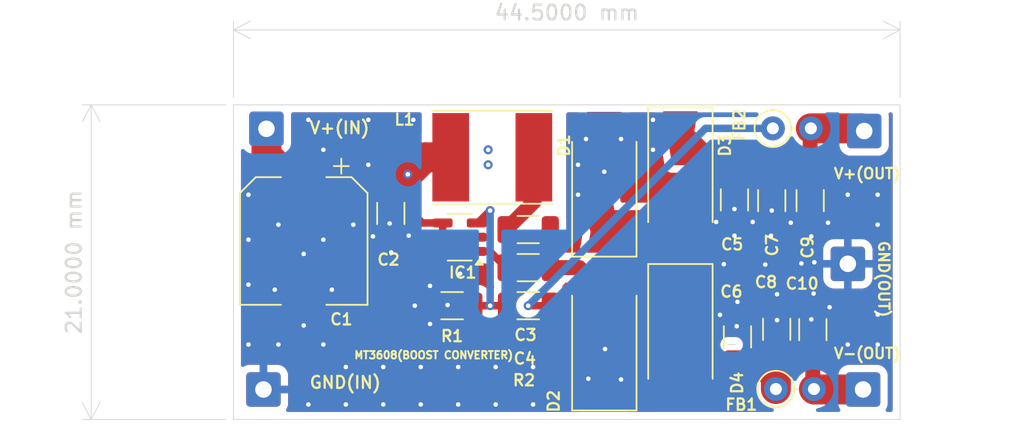
<source format=kicad_pcb>
(kicad_pcb (version 20240108) (generator "pcbnew") (generator_version "8.0")
  (layers (0 "F.Cu" signal) (31 "B.Cu" signal) (34 "B.Paste" user) (35 "F.Paste" user) (36 "B.SilkS" user "B.Silkscreen") (37 "F.SilkS" user "F.Silkscreen") (38 "B.Mask" user) (39 "F.Mask" user) (44 "Edge.Cuts" user))
  (net 0 "")
  (net 1 "GND")
  (net 2 "Net-(D1-K)")
  (net 3 "Net-(D2-A)")
  (net 4 "Net-(D3-K)")
  (net 5 "Net-(D4-A)")
  (net 6 "Net-(J3-Pin_1)")
  (net 7 "Net-(J4-Pin_1)")
  (net 8 "Net-(IC1-EN)")
  (net 9 "Net-(IC1-SW)")
  (net 10 "Net-(IC1-FB)")
  (footprint "Connector_Wire:SolderWire-0.5sqmm_1x01_D0.9mm_OD2.3mm" (layer "F.Cu") (at 192.024 79)
    (property "Reference" "J4" (hide yes))
    (property "Value" "V-(out)")
    (pad "1" thru_hole roundrect (at 0 0) (size 2.3 2.3) (drill 1.1) (layers "*.Cu" "*.Mask") (roundrect_rratio 0.108696) (net 7 "Net-(J4-Pin_1)"))
  )
  (footprint "Capacitor_SMD:C_1206_3216Metric" (layer "F.Cu") (at 169.672 68.326)
    (property "Reference" "C3" (at -0.1778 7.0358 0) (layer "F.SilkS") (effects (font (size 0.75 0.75))))
    (property "Value" "10u")
    (fp_line (start -0.711252 -0.91) (end 0.711252 -0.91) (stroke (width 0.12)) (layer "F.SilkS"))
    (fp_line (start -0.711252 0.91) (end 0.711252 0.91) (stroke (width 0.12)) (layer "F.SilkS"))
    (pad "1" smd roundrect (at -1.475 0) (size 1.15 1.8) (layers "F.Cu" "F.Paste" "F.Mask") (roundrect_rratio 0.217391) (net 9 "Net-(IC1-SW)"))
    (pad "2" smd roundrect (at 1.475 0) (size 1.15 1.8) (layers "F.Cu" "F.Paste" "F.Mask") (roundrect_rratio 0.217391) (net 2 "Net-(D1-K)"))
  )
  (footprint "Inductor_SMD:L_Taiyo-Yuden_NR-60xx_HandSoldering" (layer "F.Cu") (at 167.275 63.5)
    (property "Reference" "L1" (at -5.858 -2.5146 0) (layer "F.SilkS") (effects (font (size 0.75 0.75))))
    (property "Value" "L_Ferrite")
    (fp_line (start -4 -3.1) (end 4 -3.1) (stroke (width 0.12)) (layer "F.SilkS"))
    (fp_line (start -4 3.1) (end 4 3.1) (stroke (width 0.12)) (layer "F.SilkS"))
    (pad "1" smd rect (at -2.775 0) (size 2.45 5.9) (layers "F.Cu" "F.Paste" "F.Mask") (net 8 "Net-(IC1-EN)"))
    (pad "2" smd rect (at 2.775 0) (size 2.45 5.9) (layers "F.Cu" "F.Paste" "F.Mask") (net 9 "Net-(IC1-SW)"))
  )
  (footprint "Package_TO_SOT_SMD:SOT-23-6" (layer "F.Cu") (at 165.1 68.834 180)
    (property "Reference" "IC1" (at -0.2032 -2.3622 0) (layer "F.SilkS") (effects (font (size 0.75 0.75))))
    (property "Value" "MT3608")
    (fp_line (start 0 1.56) (end 0.8 1.56) (stroke (width 0.12)) (layer "F.SilkS"))
    (fp_line (start 0 1.56) (end -0.8 1.56) (stroke (width 0.12)) (layer "F.SilkS"))
    (fp_line (start 0 -1.56) (end 0.8 -1.56) (stroke (width 0.12)) (layer "F.SilkS"))
    (fp_line (start 0 -1.56) (end -0.8 -1.56) (stroke (width 0.12)) (layer "F.SilkS"))
    (fp_poly (pts (xy -1.3 -1.51) (xy -1.54 -1.84) (xy -1.06 -1.84) (xy -1.3 -1.51)) (stroke (width 0.12)) (fill solid) (layer "F.SilkS"))
    (pad "1" smd roundrect (at -1.1375 -0.95 180) (size 1.325 0.6) (layers "F.Cu" "F.Paste" "F.Mask") (net 9 "Net-(IC1-SW)"))
    (pad "2" smd roundrect (at -1.1375 0 180) (size 1.325 0.6) (layers "F.Cu" "F.Paste" "F.Mask") (net 1 "GND"))
    (pad "3" smd roundrect (at -1.1375 0.95 180) (size 1.325 0.6) (layers "F.Cu" "F.Paste" "F.Mask") (net 10 "Net-(IC1-FB)"))
    (pad "4" smd roundrect (at 1.1375 0.95 180) (size 1.325 0.6) (layers "F.Cu" "F.Paste" "F.Mask") (net 8 "Net-(IC1-EN)"))
    (pad "5" smd roundrect (at 1.1375 0 180) (size 1.325 0.6) (layers "F.Cu" "F.Paste" "F.Mask") (net 8 "Net-(IC1-EN)"))
    (pad "6" smd roundrect (at 1.1375 -0.95 180) (size 1.325 0.6) (layers "F.Cu" "F.Paste" "F.Mask"))
  )
  (footprint "Inductor_THT:L_Axial_L5.3mm_D2.2mm_P2.54mm_Vertical_Vishay_IM-1" (layer "F.Cu") (at 186.205 78.9686)
    (property "Reference" "FB1" (at -2.309 1.0414 0) (layer "F.SilkS") (effects (font (size 0.75 0.75))))
    (property "Value" "FB")
    (fp_line (start 1.22 0) (end 1.44 0) (stroke (width 0.12)) (layer "F.SilkS"))
    (fp_circle (center 0 0) (end 1.22 0) (stroke (width 0.12)) (fill none) (layer "F.SilkS"))
    (pad "1" thru_hole circle (at 0 0) (size 1.6 1.6) (drill 0.8) (layers "*.Cu" "*.Mask") (net 5 "Net-(D4-A)"))
    (pad "2" thru_hole oval (at 2.54 0) (size 1.6 1.6) (drill 0.8) (layers "*.Cu" "*.Mask") (net 7 "Net-(J4-Pin_1)"))
  )
  (footprint "Connector_Wire:SolderWire-0.5sqmm_1x01_D0.9mm_OD2.3mm" (layer "F.Cu") (at 191.008 70.612)
    (property "Reference" "J5" (hide yes))
    (property "Value" "GND(out)")
    (pad "1" thru_hole roundrect (at 0 0) (size 2.3 2.3) (drill 1.1) (layers "*.Cu" "*.Mask") (roundrect_rratio 0.108696) (net 1 "GND"))
  )
  (footprint "Connector_Wire:SolderWire-0.5sqmm_1x01_D0.9mm_OD2.3mm" (layer "F.Cu") (at 192.1002 61.7474)
    (property "Reference" "J3" (hide yes))
    (property "Value" "V+(out)")
    (pad "1" thru_hole roundrect (at 0 0) (size 2.3 2.3) (drill 1.1) (layers "*.Cu" "*.Mask") (roundrect_rratio 0.108696) (net 6 "Net-(J3-Pin_1)"))
  )
  (footprint "Capacitor_SMD:C_1206_3216Metric" (layer "F.Cu") (at 188.4934 66.3956 -90)
    (property "Reference" "C9" (at 3.1242 0.1778 90) (layer "F.SilkS") (effects (font (size 0.75 0.75))))
    (property "Value" "10u")
    (fp_line (start -0.711252 0.91) (end 0.711252 0.91) (stroke (width 0.12)) (layer "F.SilkS"))
    (fp_line (start -0.711252 -0.91) (end 0.711252 -0.91) (stroke (width 0.12)) (layer "F.SilkS"))
    (pad "1" smd roundrect (at -1.475 0 270) (size 1.15 1.8) (layers "F.Cu" "F.Paste" "F.Mask") (roundrect_rratio 0.217391) (net 6 "Net-(J3-Pin_1)"))
    (pad "2" smd roundrect (at 1.475 0 270) (size 1.15 1.8) (layers "F.Cu" "F.Paste" "F.Mask") (roundrect_rratio 0.217391) (net 1 "GND"))
  )
  (footprint "Resistor_SMD:R_1206_3216Metric" (layer "F.Cu") (at 164.592 73.406)
    (property "Reference" "R1" (at 0 2.032 0) (layer "F.SilkS") (effects (font (size 0.75 0.75))))
    (property "Value" "R")
    (fp_line (start -0.727064 -0.91) (end 0.727064 -0.91) (stroke (width 0.12)) (layer "F.SilkS"))
    (fp_line (start -0.727064 0.91) (end 0.727064 0.91) (stroke (width 0.12)) (layer "F.SilkS"))
    (pad "1" smd roundrect (at -1.4625 0) (size 1.125 1.75) (layers "F.Cu" "F.Paste" "F.Mask") (roundrect_rratio 0.222222) (net 1 "GND"))
    (pad "2" smd roundrect (at 1.4625 0) (size 1.125 1.75) (layers "F.Cu" "F.Paste" "F.Mask") (roundrect_rratio 0.222222) (net 10 "Net-(IC1-FB)"))
  )
  (footprint "Capacitor_SMD:CP_Elec_8x10" (layer "F.Cu") (at 154.686 69.088 -90)
    (property "Reference" "C1" (at 5.2324 -2.5146 180) (layer "F.SilkS") (effects (font (size 0.75 0.75))))
    (property "Value" "220uF/16V")
    (fp_line (start -3.195563 4.26) (end 4.26 4.26) (stroke (width 0.12)) (layer "F.SilkS"))
    (fp_line (start 4.26 4.26) (end 4.26 1.51) (stroke (width 0.12)) (layer "F.SilkS"))
    (fp_line (start -4.26 3.195563) (end -3.195563 4.26) (stroke (width 0.12)) (layer "F.SilkS"))
    (fp_line (start -4.26 3.195563) (end -4.26 1.51) (stroke (width 0.12)) (layer "F.SilkS"))
    (fp_line (start -5.5 -2.51) (end -4.5 -2.51) (stroke (width 0.12)) (layer "F.SilkS"))
    (fp_line (start -5 -3.01) (end -5 -2.01) (stroke (width 0.12)) (layer "F.SilkS"))
    (fp_line (start -4.26 -3.195563) (end -4.26 -1.51) (stroke (width 0.12)) (layer "F.SilkS"))
    (fp_line (start -4.26 -3.195563) (end -3.195563 -4.26) (stroke (width 0.12)) (layer "F.SilkS"))
    (fp_line (start -3.195563 -4.26) (end 4.26 -4.26) (stroke (width 0.12)) (layer "F.SilkS"))
    (fp_line (start 4.26 -4.26) (end 4.26 -1.51) (stroke (width 0.12)) (layer "F.SilkS"))
    (pad "1" smd roundrect (at -3.25 0 270) (size 3.5 2.5) (layers "F.Cu" "F.Paste" "F.Mask") (roundrect_rratio 0.1) (net 8 "Net-(IC1-EN)"))
    (pad "2" smd roundrect (at 3.25 0 270) (size 3.5 2.5) (layers "F.Cu" "F.Paste" "F.Mask") (roundrect_rratio 0.1) (net 1 "GND"))
  )
  (footprint "Inductor_THT:L_Axial_L5.3mm_D2.2mm_P2.54mm_Vertical_Vishay_IM-1" (layer "F.Cu") (at 186.0018 61.5696)
    (property "Reference" "FB2" (at -2.2328 -0.2286 90) (layer "F.SilkS") (effects (font (size 0.75 0.75))))
    (property "Value" "FB")
    (fp_line (start 1.22 0) (end 1.44 0) (stroke (width 0.12)) (layer "F.SilkS"))
    (fp_circle (center 0 0) (end 1.22 0) (stroke (width 0.12)) (fill none) (layer "F.SilkS"))
    (pad "1" thru_hole circle (at 0 0) (size 1.6 1.6) (drill 0.8) (layers "*.Cu" "*.Mask") (net 4 "Net-(D3-K)"))
    (pad "2" thru_hole oval (at 2.54 0) (size 1.6 1.6) (drill 0.8) (layers "*.Cu" "*.Mask") (net 6 "Net-(J3-Pin_1)"))
  )
  (footprint "Connector_Wire:SolderWire-0.5sqmm_1x01_D0.9mm_OD2.3mm" (layer "F.Cu") (at 152.2 61.6)
    (property "Reference" "J1" (hide yes))
    (property "Value" "V+(IN)")
    (pad "1" thru_hole roundrect (at 0 0) (size 2.3 2.3) (drill 1.1) (layers "*.Cu" "*.Mask") (roundrect_rratio 0.108696) (net 8 "Net-(IC1-EN)"))
  )
  (footprint "Diode_SMD:D_SMA-SMB_Universal_Handsoldering" (layer "F.Cu") (at 179.832 75.586 -90)
    (property "Reference" "D4" (at 2.9762 -3.7846 90) (layer "F.SilkS") (effects (font (size 0.75 0.75))))
    (property "Value" "ss34")
    (fp_line (start -4.96 2.15) (end 2.7 2.15) (stroke (width 0.12)) (layer "F.SilkS"))
    (fp_line (start -4.96 -2.15) (end -4.96 2.15) (stroke (width 0.12)) (layer "F.SilkS"))
    (fp_line (start -4.96 -2.15) (end 2.7 -2.15) (stroke (width 0.12)) (layer "F.SilkS"))
    (pad "1" smd trapezoid (at -2.9 0 270) (size 3.6 1.7) (rect_delta 0.6 0) (layers "F.Cu" "F.Paste" "F.Mask") (net 3 "Net-(D2-A)"))
    (pad "2" smd trapezoid (at 2.9 0 90) (size 3.6 1.7) (rect_delta 0.6 0) (layers "F.Cu" "F.Paste" "F.Mask") (net 5 "Net-(D4-A)"))
  )
  (footprint "Diode_SMD:D_SMA-SMB_Universal_Handsoldering" (layer "F.Cu") (at 174.752 65.172 90)
    (property "Reference" "D1" (at 2.4594 -2.6924 90) (layer "F.SilkS") (effects (font (size 0.75 0.75))))
    (property "Value" "ss34")
    (fp_line (start -4.96 -2.15) (end 2.7 -2.15) (stroke (width 0.12)) (layer "F.SilkS"))
    (fp_line (start -4.96 -2.15) (end -4.96 2.15) (stroke (width 0.12)) (layer "F.SilkS"))
    (fp_line (start -4.96 2.15) (end 2.7 2.15) (stroke (width 0.12)) (layer "F.SilkS"))
    (pad "1" smd trapezoid (at -2.9 0 90) (size 3.6 1.7) (rect_delta 0.6 0) (layers "F.Cu" "F.Paste" "F.Mask") (net 2 "Net-(D1-K)"))
    (pad "2" smd trapezoid (at 2.9 0 270) (size 3.6 1.7) (rect_delta 0.6 0) (layers "F.Cu" "F.Paste" "F.Mask") (net 1 "GND"))
  )
  (footprint "Capacitor_SMD:C_1206_3216Metric" (layer "F.Cu") (at 160.5 67.25 -90)
    (property "Reference" "C2" (at 3.0826 0.1498 180) (layer "F.SilkS") (effects (font (size 0.75 0.75))))
    (property "Value" "100n")
    (fp_line (start -0.711252 0.91) (end 0.711252 0.91) (stroke (width 0.12)) (layer "F.SilkS"))
    (fp_line (start -0.711252 -0.91) (end 0.711252 -0.91) (stroke (width 0.12)) (layer "F.SilkS"))
    (pad "1" smd roundrect (at -1.475 0 270) (size 1.15 1.8) (layers "F.Cu" "F.Paste" "F.Mask") (roundrect_rratio 0.217391) (net 8 "Net-(IC1-EN)"))
    (pad "2" smd roundrect (at 1.475 0 270) (size 1.15 1.8) (layers "F.Cu" "F.Paste" "F.Mask") (roundrect_rratio 0.217391) (net 1 "GND"))
  )
  (footprint "Capacitor_SMD:C_1206_3216Metric" (layer "F.Cu") (at 183.642 75.487 -90)
    (property "Reference" "C6" (at -3.0208 0.4064 180) (layer "F.SilkS") (effects (font (size 0.75 0.75))))
    (property "Value" "10u")
    (fp_line (start -0.711252 0.91) (end 0.711252 0.91) (stroke (width 0.12)) (layer "F.SilkS"))
    (fp_line (start -0.711252 -0.91) (end 0.711252 -0.91) (stroke (width 0.12)) (layer "F.SilkS"))
    (pad "1" smd roundrect (at -1.475 0 270) (size 1.15 1.8) (layers "F.Cu" "F.Paste" "F.Mask") (roundrect_rratio 0.217391) (net 1 "GND"))
    (pad "2" smd roundrect (at 1.475 0 270) (size 1.15 1.8) (layers "F.Cu" "F.Paste" "F.Mask") (roundrect_rratio 0.217391) (net 5 "Net-(D4-A)"))
  )
  (footprint "Capacitor_SMD:C_1206_3216Metric" (layer "F.Cu") (at 169.672 70.866)
    (property "Reference" "C4" (at -0.2286 6.0706 0) (layer "F.SilkS") (effects (font (size 0.75 0.75))))
    (property "Value" "10u")
    (fp_line (start -0.711252 -0.91) (end 0.711252 -0.91) (stroke (width 0.12)) (layer "F.SilkS"))
    (fp_line (start -0.711252 0.91) (end 0.711252 0.91) (stroke (width 0.12)) (layer "F.SilkS"))
    (pad "1" smd roundrect (at -1.475 0) (size 1.15 1.8) (layers "F.Cu" "F.Paste" "F.Mask") (roundrect_rratio 0.217391) (net 9 "Net-(IC1-SW)"))
    (pad "2" smd roundrect (at 1.475 0) (size 1.15 1.8) (layers "F.Cu" "F.Paste" "F.Mask") (roundrect_rratio 0.217391) (net 3 "Net-(D2-A)"))
  )
  (footprint "Capacitor_SMD:C_1206_3216Metric" (layer "F.Cu") (at 188.6712 75.0062 -90)
    (property "Reference" "C10" (at -3.0734 0.7112 180) (layer "F.SilkS") (effects (font (size 0.75 0.75))))
    (property "Value" "10u")
    (fp_line (start -0.711252 0.91) (end 0.711252 0.91) (stroke (width 0.12)) (layer "F.SilkS"))
    (fp_line (start -0.711252 -0.91) (end 0.711252 -0.91) (stroke (width 0.12)) (layer "F.SilkS"))
    (pad "1" smd roundrect (at -1.475 0 270) (size 1.15 1.8) (layers "F.Cu" "F.Paste" "F.Mask") (roundrect_rratio 0.217391) (net 1 "GND"))
    (pad "2" smd roundrect (at 1.475 0 270) (size 1.15 1.8) (layers "F.Cu" "F.Paste" "F.Mask") (roundrect_rratio 0.217391) (net 7 "Net-(J4-Pin_1)"))
  )
  (footprint "Capacitor_SMD:C_1206_3216Metric" (layer "F.Cu") (at 186.2582 74.9808 -90)
    (property "Reference" "C8" (at -3.1496 0.7112 180) (layer "F.SilkS") (effects (font (size 0.75 0.75))))
    (property "Value" "10u")
    (fp_line (start -0.711252 0.91) (end 0.711252 0.91) (stroke (width 0.12)) (layer "F.SilkS"))
    (fp_line (start -0.711252 -0.91) (end 0.711252 -0.91) (stroke (width 0.12)) (layer "F.SilkS"))
    (pad "1" smd roundrect (at -1.475 0 270) (size 1.15 1.8) (layers "F.Cu" "F.Paste" "F.Mask") (roundrect_rratio 0.217391) (net 1 "GND"))
    (pad "2" smd roundrect (at 1.475 0 270) (size 1.15 1.8) (layers "F.Cu" "F.Paste" "F.Mask") (roundrect_rratio 0.217391) (net 5 "Net-(D4-A)"))
  )
  (footprint "Resistor_SMD:R_1206_3216Metric" (layer "F.Cu") (at 169.672 73.406)
    (property "Reference" "R2" (at -0.2794 4.9784 0) (layer "F.SilkS") (effects (font (size 0.75 0.75))))
    (property "Value" "R")
    (fp_line (start -0.727064 -0.91) (end 0.727064 -0.91) (stroke (width 0.12)) (layer "F.SilkS"))
    (fp_line (start -0.727064 0.91) (end 0.727064 0.91) (stroke (width 0.12)) (layer "F.SilkS"))
    (pad "1" smd roundrect (at -1.4625 0) (size 1.125 1.75) (layers "F.Cu" "F.Paste" "F.Mask") (roundrect_rratio 0.222222) (net 10 "Net-(IC1-FB)"))
    (pad "2" smd roundrect (at 1.4625 0) (size 1.125 1.75) (layers "F.Cu" "F.Paste" "F.Mask") (roundrect_rratio 0.222222) (net 4 "Net-(D3-K)"))
  )
  (footprint "Capacitor_SMD:C_1206_3216Metric" (layer "F.Cu") (at 183.4388 66.3448 -90)
    (property "Reference" "C5" (at 2.9718 0.1524 180) (layer "F.SilkS") (effects (font (size 0.75 0.75))))
    (property "Value" "10u")
    (fp_line (start -0.711252 0.91) (end 0.711252 0.91) (stroke (width 0.12)) (layer "F.SilkS"))
    (fp_line (start -0.711252 -0.91) (end 0.711252 -0.91) (stroke (width 0.12)) (layer "F.SilkS"))
    (pad "1" smd roundrect (at -1.475 0 270) (size 1.15 1.8) (layers "F.Cu" "F.Paste" "F.Mask") (roundrect_rratio 0.217391) (net 4 "Net-(D3-K)"))
    (pad "2" smd roundrect (at 1.475 0 270) (size 1.15 1.8) (layers "F.Cu" "F.Paste" "F.Mask") (roundrect_rratio 0.217391) (net 1 "GND"))
  )
  (footprint "Capacitor_SMD:C_1206_3216Metric" (layer "F.Cu") (at 185.928 66.3956 -90)
    (property "Reference" "C7" (at 2.9718 -0.0254 90) (layer "F.SilkS") (effects (font (size 0.75 0.75))))
    (property "Value" "10u")
    (fp_line (start -0.711252 0.91) (end 0.711252 0.91) (stroke (width 0.12)) (layer "F.SilkS"))
    (fp_line (start -0.711252 -0.91) (end 0.711252 -0.91) (stroke (width 0.12)) (layer "F.SilkS"))
    (pad "1" smd roundrect (at -1.475 0 270) (size 1.15 1.8) (layers "F.Cu" "F.Paste" "F.Mask") (roundrect_rratio 0.217391) (net 4 "Net-(D3-K)"))
    (pad "2" smd roundrect (at 1.475 0 270) (size 1.15 1.8) (layers "F.Cu" "F.Paste" "F.Mask") (roundrect_rratio 0.217391) (net 1 "GND"))
  )
  (footprint "Connector_Wire:SolderWire-0.5sqmm_1x01_D0.9mm_OD2.3mm" (layer "F.Cu") (at 152 79)
    (property "Reference" "J2" (hide yes))
    (property "Value" "GND(IN)")
    (pad "1" thru_hole roundrect (at 0 0) (size 2.3 2.3) (drill 1.1) (layers "*.Cu" "*.Mask") (roundrect_rratio 0.108696) (net 1 "GND"))
  )
  (footprint "Diode_SMD:D_SMA-SMB_Universal_Handsoldering" (layer "F.Cu") (at 174.752 75.438 90)
    (property "Reference" "D2" (at -4.3434 -3.3782 -90) (layer "F.SilkS") (effects (font (size 0.75 0.75))))
    (property "Value" "ss34")
    (fp_line (start -4.96 -2.15) (end 2.7 -2.15) (stroke (width 0.12)) (layer "F.SilkS"))
    (fp_line (start -4.96 -2.15) (end -4.96 2.15) (stroke (width 0.12)) (layer "F.SilkS"))
    (fp_line (start -4.96 2.15) (end 2.7 2.15) (stroke (width 0.12)) (layer "F.SilkS"))
    (pad "1" smd trapezoid (at -2.9 0 90) (size 3.6 1.7) (rect_delta 0.6 0) (layers "F.Cu" "F.Paste" "F.Mask") (net 1 "GND"))
    (pad "2" smd trapezoid (at 2.9 0 270) (size 3.6 1.7) (rect_delta 0.6 0) (layers "F.Cu" "F.Paste" "F.Mask") (net 3 "Net-(D2-A)"))
  )
  (footprint "Diode_SMD:D_SMA-SMB_Universal_Handsoldering" (layer "F.Cu") (at 179.832 65.13 -90)
    (property "Reference" "D3" (at -2.4174 -2.9718 -90) (layer "F.SilkS") (effects (font (size 0.75 0.75))))
    (property "Value" "ss34")
    (fp_line (start -4.96 2.15) (end 2.7 2.15) (stroke (width 0.12)) (layer "F.SilkS"))
    (fp_line (start -4.96 -2.15) (end -4.96 2.15) (stroke (width 0.12)) (layer "F.SilkS"))
    (fp_line (start -4.96 -2.15) (end 2.7 -2.15) (stroke (width 0.12)) (layer "F.SilkS"))
    (pad "1" smd trapezoid (at -2.9 0 270) (size 3.6 1.7) (rect_delta 0.6 0) (layers "F.Cu" "F.Paste" "F.Mask") (net 4 "Net-(D3-K)"))
    (pad "2" smd trapezoid (at 2.9 0 90) (size 3.6 1.7) (rect_delta 0.6 0) (layers "F.Cu" "F.Paste" "F.Mask") (net 2 "Net-(D1-K)"))
  )
  (gr_line (start 194.5 60) (end 194.5 81) (stroke (width 0.05)) (layer "Edge.Cuts"))
  (gr_line (start 150 60) (end 194.5 60) (stroke (width 0.05)) (layer "Edge.Cuts"))
  (gr_line (start 183 76) (end 183.5 76) (stroke (width 0.05)) (layer "Edge.Cuts"))
  (gr_line (start 194.5 81) (end 150 81) (stroke (width 0.05)) (layer "Edge.Cuts"))
  (gr_line (start 150 60) (end 150 81) (stroke (width 0.05)) (layer "Edge.Cuts"))
  (gr_text "GND(OUT)" (at 193 69 270) (layer "F.SilkS") (effects (font (size 0.7 0.7) (thickness 0.15) (bold yes)) (justify left bottom)))
  (gr_text "MT3608(BOOST CONVERTER)" (at 158 77 0) (layer "F.SilkS") (effects (font (size 0.5 0.5) (thickness 0.125) (bold yes)) (justify left bottom)))
  (gr_text "GND(IN)" (at 155 79 0) (layer "F.SilkS") (effects (font (size 0.8 0.8) (thickness 0.15) (bold yes)) (justify left bottom)))
  (gr_text "V-(OUT)" (at 190 77 0) (layer "F.SilkS") (effects (font (size 0.7 0.7) (thickness 0.15) (bold yes)) (justify left bottom)))
  (gr_text "V+(OUT)" (at 190 65 0) (layer "F.SilkS") (effects (font (size 0.7 0.7) (thickness 0.15) (bold yes)) (justify left bottom)))
  (gr_text "V+(IN)" (at 155 62 0) (layer "F.SilkS") (effects (font (size 0.8 0.8) (thickness 0.15) (bold yes)) (justify left bottom)))
  (dimension (type aligned) (layer "Edge.Cuts") (pts (xy 150 81) (xy 150 60)) (height -9.5) (gr_text "21.0000 mm" (at 139.35 70.5 90) (layer "Edge.Cuts") (effects (font (size 1 1) (thickness 0.15)))) (format (prefix "") (suffix "") (units 3) (units_format 1) (precision 4)) (style (thickness 0.05) (arrow_length 1.27) (text_position_mode 0) (extension_height 0.58642) (extension_offset 0.5) keep_text_aligned))
  (dimension (type aligned) (layer "Edge.Cuts") (pts (xy 150 60) (xy 194.5 60)) (height -5) (gr_text "44.5000 mm" (at 172.25 53.85 0) (layer "Edge.Cuts") (effects (font (size 1 1) (thickness 0.15)))) (format (prefix "") (suffix "") (units 3) (units_format 1) (precision 4)) (style (thickness 0.05) (arrow_length 1.27) (text_position_mode 0) (extension_height 0.58642) (extension_offset 0.5) keep_text_aligned))
  (via (at 167 64) (size 0.6) (drill 0.3) (layers "F.Cu" "B.Cu") (net 0))
  (via (at 167 63) (size 0.6) (drill 0.3) (layers "F.Cu" "B.Cu") (net 0))
  (segment (start 164.5 72.5) (end 164.5 73.152) (width 0.5) (layer "F.Cu") (net 1))
  (segment (start 164.5 72.5) (end 165.125 71.875) (width 0.5) (layer "F.Cu") (net 1))
  (segment (start 165.125 71.875) (end 165.125 71.2724) (width 0.5) (layer "F.Cu") (net 1))
  (segment (start 165.575001 68.834) (end 166.2375 68.834) (width 0.5) (layer "F.Cu") (net 1))
  (segment (start 164.246 73.406) (end 164.292 73.36) (width 0.5) (layer "F.Cu") (net 1))
  (segment (start 164.292 73.36) (end 164.5 73.152) (width 0.5) (layer "F.Cu") (net 1))
  (segment (start 165.125 71.2724) (end 165.125 69.284001) (width 0.5) (layer "F.Cu") (net 1))
  (segment (start 165.125 69.284001) (end 165.575001 68.834) (width 0.5) (layer "F.Cu") (net 1))
  (segment (start 163.1295 73.406) (end 164.246 73.406) (width 0.5) (layer "F.Cu") (net 1))
  (via (at 191 66) (size 0.6) (drill 0.3) (layers "F.Cu" "B.Cu") (net 1))
  (via (at 182.4736 74.0156) (size 0.6) (drill 0.3) (layers "F.Cu" "B.Cu") (net 1))
  (via (at 152.7556 72.3392) (size 0.6) (drill 0.3) (layers "F.Cu" "B.Cu") (net 1))
  (via (at 173 64) (size 0.6) (drill 0.3) (layers "F.Cu" "B.Cu") (net 1))
  (via (at 165 80) (size 0.6) (drill 0.3) (layers "F.Cu" "B.Cu") (net 1))
  (via (at 151 66) (size 0.6) (drill 0.3) (layers "F.Cu" "B.Cu") (net 1))
  (via (at 182.7276 70.6374) (size 0.6) (drill 0.3) (layers "F.Cu" "B.Cu") (net 1))
  (via (at 170 77.5) (size 0.6) (drill 0.3) (layers "F.Cu" "B.Cu") (net 1))
  (via (at 188.7728 70.5104) (size 0.6) (drill 0.3) (layers "F.Cu" "B.Cu") (net 1))
  (via (at 173.6852 78.2828) (size 0.6) (drill 0.3) (layers "F.Cu" "B.Cu") (net 1))
  (via (at 157.5 80) (size 0.6) (drill 0.3) (layers "F.Cu" "B.Cu") (net 1))
  (via (at 160 77.5) (size 0.6) (drill 0.3) (layers "F.Cu" "B.Cu") (net 1))
  (via (at 155 61) (size 0.6) (drill 0.3) (layers "F.Cu" "B.Cu") (net 1))
  (via (at 188.722 72.5932) (size 0.6) (drill 0.3) (layers "F.Cu" "B.Cu") (net 1))
  (via (at 163.1188 72.0852) (size 0.6) (drill 0.3) (layers "F.Cu" "B.Cu") (net 1))
  (via (at 151 69) (size 0.6) (drill 0.3) (layers "F.Cu" "B.Cu") (net 1))
  (via (at 156 69) (size 0.6) (drill 0.3) (layers "F.Cu" "B.Cu") (net 1))
  (via (at 189.6872 67.8688) (size 0.6) (drill 0.3) (layers "F.Cu" "B.Cu") (net 1))
  (via (at 154.686 69.9516) (size 0.6) (drill 0.3) (layers "F.Cu" "B.Cu") (net 1))
  (via (at 193 66) (size 0.6) (drill 0.3) (layers "F.Cu" "B.Cu") (net 1))
  (via (at 160.528 69.85) (size 0.6) (drill 0.3) (layers "F.Cu" "B.Cu") (net 1))
  (via (at 193 68) (size 0.6) (drill 0.3) (layers "F.Cu" "B.Cu") (net 1))
  (via (at 175.8696 62.2808) (size 0.6) (drill 0.3) (layers "F.Cu" "B.Cu") (net 1))
  (via (at 156 76) (size 0.6) (drill 0.3) (layers "F.Cu" "B.Cu") (net 1))
  (via (at 175.8696 78.3336) (size 0.6) (drill 0.3) (layers "F.Cu" "B.Cu") (net 1))
  (via (at 159 61) (size 0.6) (drill 0.3) (layers "F.Cu" "B.Cu") (net 1))
  (via (at 178 63) (size 0.6) (drill 0.3) (layers "F.Cu" "B.Cu") (net 1))
  (via (at 167.5 77.5) (size 0.6) (drill 0.3) (layers "F.Cu" "B.Cu") (net 1))
  (via (at 157.5 77.5) (size 0.6) (drill 0.3) (layers "F.Cu" "B.Cu") (net 1))
  (via (at 188.5696 74.3204) (size 0.6) (drill 0.3) (layers "F.Cu" "B.Cu") (net 1))
  (via (at 185.8772 68.7324) (size 0.6) (drill 0.3) (layers "F.Cu" "B.Cu") (net 1))
  (via (at 178 61) (size 0.6) (drill 0.3) (layers "F.Cu" "B.Cu") (net 1))
  (via (at 183.4388 68.7324) (size 0.6) (drill 0.3) (layers "F.Cu" "B.Cu") (net 1))
  (via (at 165 77.5) (size 0.6) (drill 0.3) (layers "F.Cu" "B.Cu") (net 1))
  (via (at 160 80) (size 0.6) (drill 0.3) (layers "F.Cu" "B.Cu") (net 1))
  (via (at 162.5 80) (size 0.6) (drill 0.3) (layers "F.Cu" "B.Cu") (net 1))
  (via (at 162.1028 73.406) (size 0.6) (drill 0.3) (layers "F.Cu" "B.Cu") (net 1))
  (via (at 153 76) (size 0.6) (drill 0.3) (layers "F.Cu" "B.Cu") (net 1))
  (via (at 182.2196 67.818) (size 0.6) (drill 0.3) (layers "F.Cu" "B.Cu") (net 1))
  (via (at 161.6964 68.7324) (size 0.6) (drill 0.3) (layers "F.Cu" "B.Cu") (net 1))
  (via (at 170 80) (size 0.6) (drill 0.3) (layers "F.Cu" "B.Cu") (net 1))
  (via (at 186.2836 72.644) (size 0.6) (drill 0.3) (layers "F.Cu" "B.Cu") (net 1))
  (via (at 174.752 64.4652) (size 0.6) (drill 0.3) (layers "F.Cu" "B.Cu") (net 1))
  (via (at 189.7888 73.5076) (size 0.6) (drill 0.3) (layers "F.Cu" "B.Cu") (net 1))
  (via (at 174.8028 76.3016) (size 0.6) (drill 0.3) (layers "F.Cu" "B.Cu") (net 1))
  (via (at 158 68) (size 0.6) (drill 0.3) (layers "F.Cu" "B.Cu") (net 1))
  (via (at 167.5 80) (size 0.6) (drill 0.3) (layers "F.Cu" "B.Cu") (net 1))
  (via (at 164.292 73.36) (size 0.6) (drill 0.3) (layers "F.Cu" "B.Cu") (net 1))
  (via (at 193 76) (size 0.6) (drill 0.3) (layers "F.Cu" "B.Cu") (net 1))
  (via (at 193 74) (size 0.6) (drill 0.3) (layers "F.Cu" "B.Cu") (net 1))
  (via (at 165.125 71.2724) (size 0.6) (drill 0.3) (layers "F.Cu" "B.Cu") (net 1))
  (via (at 156.5656 72.3392) (size 0.6) (drill 0.3) (layers "F.Cu" "B.Cu") (net 1))
  (via (at 153 68) (size 0.6) (drill 0.3) (layers "F.Cu" "B.Cu") (net 1))
  (via (at 159 64) (size 0.6) (drill 0.3) (layers "F.Cu" "B.Cu") (net 1))
  (via (at 163.1188 74.6252) (size 0.6) (drill 0.3) (layers "F.Cu" "B.Cu") (net 1))
  (via (at 156 63) (size 0.6) (drill 0.3) (layers "F.Cu" "B.Cu") (net 1))
  (via (at 155 80) (size 0.6) (drill 0.3) (layers "F.Cu" "B.Cu") (net 1))
  (via (at 183.4388 66.9544) (size 0.6) (drill 0.3) (layers "F.Cu" "B.Cu") (net 1))
  (via (at 188.5696 68.7832) (size 0.6) (drill 0.3) (layers "F.Cu" "B.Cu") (net 1))
  (via (at 186.2836 74.3712) (size 0.6) (drill 0.3) (layers "F.Cu" "B.Cu") (net 1))
  (via (at 173.5328 62.2808) (size 0.6) (drill 0.3) (layers "F.Cu" "B.Cu") (net 1))
  (via (at 160.4264 67.9196) (size 0.6) (drill 0.3) (layers "F.Cu" "B.Cu") (net 1))
  (via (at 187.9092 70.5866) (size 0.6) (drill 0.3) (layers "F.Cu" "B.Cu") (net 1))
  (via (at 151 76) (size 0.6) (drill 0.3) (layers "F.Cu" "B.Cu") (net 1))
  (via (at 159.3088 68.7832) (size 0.6) (drill 0.3) (layers "F.Cu" "B.Cu") (net 1))
  (via (at 154.686 74.7268) (size 0.6) (drill 0.3) (layers "F.Cu" "B.Cu") (net 1))
  (via (at 151 72) (size 0.6) (drill 0.3) (layers "F.Cu" "B.Cu") (net 1))
  (via (at 173 66) (size 0.6) (drill 0.3) (layers "F.Cu" "B.Cu") (net 1))
  (via (at 162 61) (size 0.6) (drill 0.3) (layers "F.Cu" "B.Cu") (net 1))
  (via (at 187.198 67.8688) (size 0.6) (drill 0.3) (layers "F.Cu" "B.Cu") (net 1))
  (via (at 184.658 67.818) (size 0.6) (drill 0.3) (layers "F.Cu" "B.Cu") (net 1))
  (via (at 183.5912 74.7776) (size 0.6) (drill 0.3) (layers "F.Cu" "B.Cu") (net 1))
  (via (at 183.642 73.152) (size 0.6) (drill 0.3) (layers "F.Cu" "B.Cu") (net 1))
  (via (at 185.4962 70.6628) (size 0.6) (drill 0.3) (layers "F.Cu" "B.Cu") (net 1))
  (via (at 185.928 67.056) (size 0.6) (drill 0.3) (layers "F.Cu" "B.Cu") (net 1))
  (via (at 162.5 77.5) (size 0.6) (drill 0.3) (layers "F.Cu" "B.Cu") (net 1))
  (via (at 191 76) (size 0.6) (drill 0.3) (layers "F.Cu" "B.Cu") (net 1))
  (segment (start 179.832 68.03) (end 174.794 68.03) (width 2) (layer "F.Cu") (net 2))
  (segment (start 174.794 68.03) (end 174.752 68.072) (width 2) (layer "F.Cu") (net 2))
  (segment (start 179.832 72.686) (end 174.9 72.686) (width 2) (layer "F.Cu") (net 3))
  (segment (start 173.08 70.866) (end 174.752 72.538) (width 1) (layer "F.Cu") (net 3))
  (segment (start 174.9 72.686) (end 174.752 72.538) (width 2) (layer "F.Cu") (net 3))
  (segment (start 171.147 70.866) (end 173.08 70.866) (width 1) (layer "F.Cu") (net 3))
  (segment (start 183.4388 64.8698) (end 185.8772 64.8698) (width 2) (layer "F.Cu") (net 4))
  (segment (start 183.4388 64.8698) (end 182.4718 64.8698) (width 2) (layer "F.Cu") (net 4))
  (segment (start 171.1345 73.406) (end 169.672 73.406) (width 0.5) (layer "F.Cu") (net 4))
  (segment (start 182.4718 64.8698) (end 179.832 62.23) (width 2) (layer "F.Cu") (net 4))
  (segment (start 185.8772 64.8698) (end 185.928 64.9206) (width 2) (layer "F.Cu") (net 4))
  (via (at 169.672 73.406) (size 0.6) (drill 0.3) (layers "F.Cu" "B.Cu") (net 4))
  (segment (start 181.5084 61.5696) (end 186.0018 61.5696) (width 0.5) (layer "B.Cu") (net 4))
  (segment (start 169.672 73.406) (end 181.5084 61.5696) (width 0.5) (layer "B.Cu") (net 4))
  (segment (start 183.7944 77.5) (end 180.818 77.5) (width 2) (layer "F.Cu") (net 5))
  (segment (start 185.214 77.5) (end 183.642 77.5) (width 2) (layer "F.Cu") (net 5))
  (segment (start 186.205 76.509) (end 186.2582 76.4558) (width 2) (layer "F.Cu") (net 5))
  (segment (start 186.2582 76.4558) (end 185.214 77.5) (width 2) (layer "F.Cu") (net 5))
  (segment (start 186.205 78.9686) (end 186.205 76.509) (width 2) (layer "F.Cu") (net 5))
  (segment (start 180.818 77.5) (end 179.832 78.486) (width 2) (layer "F.Cu") (net 5))
  (segment (start 191.9224 61.5696) (end 192.1002 61.7474) (width 2) (layer "F.Cu") (net 6))
  (segment (start 188.4934 61.618) (end 188.5418 61.5696) (width 1) (layer "F.Cu") (net 6))
  (segment (start 188.5418 61.5696) (end 191.9224 61.5696) (width 2) (layer "F.Cu") (net 6))
  (segment (start 188.4934 64.9206) (end 188.4934 61.618) (width 1) (layer "F.Cu") (net 6))
  (segment (start 188.7764 79) (end 188.745 78.9686) (width 2) (layer "F.Cu") (net 7))
  (segment (start 188.6712 76.4812) (end 188.6712 78.8948) (width 1) (layer "F.Cu") (net 7))
  (segment (start 192.024 79) (end 188.7764 79) (width 2) (layer "F.Cu") (net 7))
  (segment (start 188.6712 78.8948) (end 188.745 78.9686) (width 1) (layer "F.Cu") (net 7))
  (segment (start 160.437 65.838) (end 160.5 65.775) (width 2) (layer "F.Cu") (net 8))
  (segment (start 163.9625 67.884) (end 163.9625 68.834) (width 0.5) (layer "F.Cu") (net 8))
  (segment (start 152.2 63.352) (end 154.686 65.838) (width 2) (layer "F.Cu") (net 8))
  (segment (start 162.775 63.5) (end 161.6375 64.6375) (width 2) (layer "F.Cu") (net 8))
  (segment (start 164.5 63.5) (end 162.775 63.5) (width 2) (layer "F.Cu") (net 8))
  (segment (start 152.2 61.6) (end 152.2 63.352) (width 2) (layer "F.Cu") (net 8))
  (segment (start 163.9625 67.884) (end 162.609 67.884) (width 0.5) (layer "F.Cu") (net 8))
  (segment (start 154.686 65.838) (end 160.437 65.838) (width 2) (layer "F.Cu") (net 8))
  (segment (start 161.6375 64.6375) (end 160.5 65.775) (width 2) (layer "F.Cu") (net 8))
  (segment (start 162.609 67.884) (end 160.5 65.775) (width 0.5) (layer "F.Cu") (net 8))
  (via (at 161.6375 64.6375) (size 0.6) (drill 0.3) (layers "F.Cu" "B.Cu") (net 8))
  (segment (start 170.05 63.5) (end 170.05 66.473) (width 1) (layer "F.Cu") (net 9))
  (segment (start 167.115 69.784) (end 168.197 70.866) (width 0.5) (layer "F.Cu") (net 9))
  (segment (start 168.197 70.866) (end 168.197 68.326) (width 0.5) (layer "F.Cu") (net 9))
  (segment (start 166.2375 69.784) (end 167.115 69.784) (width 0.5) (layer "F.Cu") (net 9))
  (segment (start 170.05 66.473) (end 168.197 68.326) (width 1) (layer "F.Cu") (net 9))
  (segment (start 168.2095 73.406) (end 167.132 73.406) (width 0.5) (layer "F.Cu") (net 10))
  (segment (start 166.2375 67.884) (end 166.304 67.884) (width 0.5) (layer "F.Cu") (net 10))
  (segment (start 167.132 73.406) (end 167.386 73.406) (width 0.5) (layer "F.Cu") (net 10))
  (segment (start 166.304 67.884) (end 167.132 67.056) (width 0.5) (layer "F.Cu") (net 10))
  (segment (start 167.132 73.406) (end 166.0545 73.406) (width 0.5) (layer "F.Cu") (net 10))
  (via (at 167.132 73.406) (size 0.6) (drill 0.3) (layers "F.Cu" "B.Cu") (net 10))
  (via (at 167.132 67.056) (size 0.6) (drill 0.3) (layers "F.Cu" "B.Cu") (net 10))
  (segment (start 167.132 73.406) (end 167.132 67.056) (width 0.5) (layer "B.Cu") (net 10))
  (zone (net 1) (net_name "GND") (layers "F&B.Cu") (connect_pads (clearance 0.5)) (min_thickness 0.25) (fill yes (thermal_gap 0.5) (thermal_bridge_width 0.5))
    (polygon (pts (xy 149.5 59.5) (xy 195 59.5) (xy 195 81.5) (xy 149.5 82)))
  )
  (zone (net 0) (net_name "") (layers "F&B.Cu") (connect_pads (clearance 0)) (min_thickness 0.25)
    (keepout (tracks allowed) (vias allowed) (pads allowed) (copperpour not_allowed) (footprints allowed))
    (fill (thermal_gap 0.5) (thermal_bridge_width 0.5))
    (polygon (pts (xy 162.56 58.928) (xy 172.212 58.928) (xy 172.212 68.326) (xy 162.56 68.326)))
  )
)
</source>
